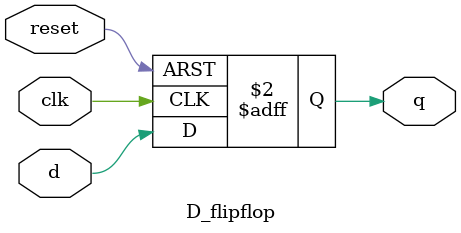
<source format=v>
module D_flipflop(output reg q,input d,clk,reset);
always @(posedge reset or negedge clk)
if(reset)
    q<=1'b0;
else
    q<=d;
endmodule
</source>
